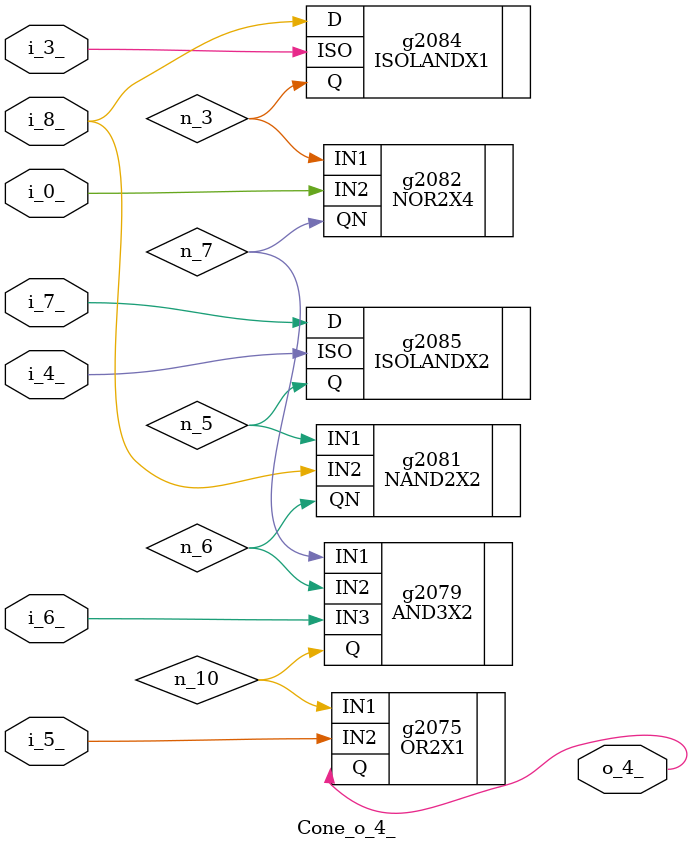
<source format=v>

module Cone_o_4_ (o_4_, i_3_, i_8_, i_0_, i_4_, i_7_, i_6_, i_5_ );
	input i_3_, i_8_, i_0_, i_4_, i_7_, i_6_, i_5_;
	output o_4_;
	wire n_10, n_7, n_3, n_6, n_5;
	OR2X1 g2075(.IN1 (n_10), .IN2 (i_5_), .Q (o_4_));	AND3X2 g2079(.IN1 (n_7), .IN2 (n_6), .IN3 (i_6_), .Q (n_10));	NOR2X4 g2082(.IN1 (n_3), .IN2 (i_0_), .QN (n_7));	ISOLANDX1 g2084(.ISO (i_3_), .D (i_8_), .Q (n_3));	NAND2X2 g2081(.IN1 (n_5), .IN2 (i_8_), .QN (n_6));	ISOLANDX2 g2085(.ISO (i_4_), .D (i_7_), .Q (n_5));
endmodule


</source>
